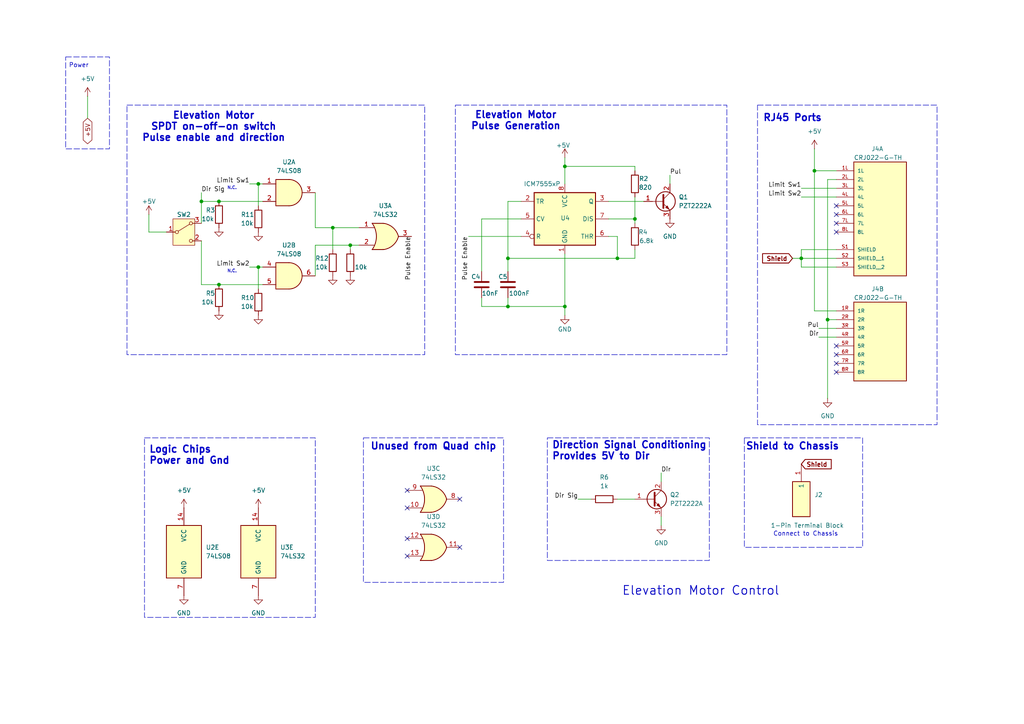
<source format=kicad_sch>
(kicad_sch (version 20250114) (generator "eeschema") (generator_version "9.0")
  (paper "A4")
  (title_block (title "Simple Dish Manual Controller") (date "2025-03-23") (rev "1.1"))
  (lib_symbols
    (symbol "1-Pin Barrier Terminal Block:38700-6301"
      (property "Reference" "J" (at 16.51 7.62 0))
      (property "Value" "38700-6301" (at 16.51 5.08 0))
      (symbol "38700-6301_1_1"
        (rectangle (start 5.08 2.54) (end 15.24 -2.54) (stroke (width 0.254)) (fill (type background)))
        (pin passive line (at 0 0 0) (length 5.08) (name "1") (number "1"))
      )
    )
    (symbol "74xx:74LS08" (pin_names (offset 1.016))
      (property "Reference" "U" (at 0 1.27 0))
      (property "Value" "74LS08" (at 0 -1.27 0))
      (symbol "74LS08_1_1"
        (arc (start 0 3.81) (mid 3.7934 0) (end 0 -3.81) (stroke (width 0.254)) (fill (type background)))
        (polyline (pts (xy 0 3.81) (xy -3.81 3.81) (xy -3.81 -3.81) (xy 0 -3.81)) (stroke (width 0.254)) (fill (type background)))
        (pin input line (at -7.62 2.54 0) (length 3.81) (name "~") (number "1"))
        (pin input line (at -7.62 -2.54 0) (length 3.81) (name "~") (number "2"))
        (pin output line (at 7.62 0 180) (length 3.81) (name "~") (number "3"))
      )
      (symbol "74LS08_1_2"
        (arc (start -3.81 3.81) (mid -2.589 0) (end -3.81 -3.81) (stroke (width 0.254)))
        (polyline (pts (xy -3.81 3.81) (xy -0.635 3.81)) (stroke (width 0.254)) (fill (type background)))
        (polyline (pts (xy -3.81 -3.81) (xy -0.635 -3.81)) (stroke (width 0.254)) (fill (type background)))
        (arc (start 3.81 0) (mid 2.1855 -2.584) (end -0.6096 -3.81) (stroke (width 0.254)) (fill (type background)))
        (arc (start -0.6096 3.81) (mid 2.1928 2.5924) (end 3.81 0) (stroke (width 0.254)) (fill (type background)))
        (polyline (pts (xy -0.635 3.81) (xy -3.81 3.81) (xy -3.81 3.81) (xy -3.556 3.4036) (xy -3.0226 2.2606) (xy -2.6924 1.0414) (xy -2.6162 -0.254) (xy -2.7686 -1.4986) (xy -3.175 -2.7178) (xy -3.81 -3.81) (xy -3.81 -3.81) (xy -0.635 -3.81)) (stroke (width -25.4)) (fill (type background)))
        (pin input inverted (at -7.62 2.54 0) (length 4.318) (name "~") (number "1"))
        (pin input inverted (at -7.62 -2.54 0) (length 4.318) (name "~") (number "2"))
        (pin output inverted (at 7.62 0 180) (length 3.81) (name "~") (number "3"))
      )
      (symbol "74LS08_2_1"
        (arc (start 0 3.81) (mid 3.7934 0) (end 0 -3.81) (stroke (width 0.254)) (fill (type background)))
        (polyline (pts (xy 0 3.81) (xy -3.81 3.81) (xy -3.81 -3.81) (xy 0 -3.81)) (stroke (width 0.254)) (fill (type background)))
        (pin input line (at -7.62 2.54 0) (length 3.81) (name "~") (number "4"))
        (pin input line (at -7.62 -2.54 0) (length 3.81) (name "~") (number "5"))
        (pin output line (at 7.62 0 180) (length 3.81) (name "~") (number "6"))
      )
      (symbol "74LS08_2_2"
        (arc (start -3.81 3.81) (mid -2.589 0) (end -3.81 -3.81) (stroke (width 0.254)))
        (polyline (pts (xy -3.81 3.81) (xy -0.635 3.81)) (stroke (width 0.254)) (fill (type background)))
        (polyline (pts (xy -3.81 -3.81) (xy -0.635 -3.81)) (stroke (width 0.254)) (fill (type background)))
        (arc (start 3.81 0) (mid 2.1855 -2.584) (end -0.6096 -3.81) (stroke (width 0.254)) (fill (type background)))
        (arc (start -0.6096 3.81) (mid 2.1928 2.5924) (end 3.81 0) (stroke (width 0.254)) (fill (type background)))
        (polyline (pts (xy -0.635 3.81) (xy -3.81 3.81) (xy -3.81 3.81) (xy -3.556 3.4036) (xy -3.0226 2.2606) (xy -2.6924 1.0414) (xy -2.6162 -0.254) (xy -2.7686 -1.4986) (xy -3.175 -2.7178) (xy -3.81 -3.81) (xy -3.81 -3.81) (xy -0.635 -3.81)) (stroke (width -25.4)) (fill (type background)))
        (pin input inverted (at -7.62 2.54 0) (length 4.318) (name "~") (number "4"))
        (pin input inverted (at -7.62 -2.54 0) (length 4.318) (name "~") (number "5"))
        (pin output inverted (at 7.62 0 180) (length 3.81) (name "~") (number "6"))
      )
      (symbol "74LS08_3_1"
        (arc (start 0 3.81) (mid 3.7934 0) (end 0 -3.81) (stroke (width 0.254)) (fill (type background)))
        (polyline (pts (xy 0 3.81) (xy -3.81 3.81) (xy -3.81 -3.81) (xy 0 -3.81)) (stroke (width 0.254)) (fill (type background)))
        (pin input line (at -7.62 2.54 0) (length 3.81) (name "~") (number "9"))
        (pin input line (at -7.62 -2.54 0) (length 3.81) (name "~") (number "10"))
        (pin output line (at 7.62 0 180) (length 3.81) (name "~") (number "8"))
      )
      (symbol "74LS08_3_2"
        (arc (start -3.81 3.81) (mid -2.589 0) (end -3.81 -3.81) (stroke (width 0.254)))
        (polyline (pts (xy -3.81 3.81) (xy -0.635 3.81)) (stroke (width 0.254)) (fill (type background)))
        (polyline (pts (xy -3.81 -3.81) (xy -0.635 -3.81)) (stroke (width 0.254)) (fill (type background)))
        (arc (start 3.81 0) (mid 2.1855 -2.584) (end -0.6096 -3.81) (stroke (width 0.254)) (fill (type background)))
        (arc (start -0.6096 3.81) (mid 2.1928 2.5924) (end 3.81 0) (stroke (width 0.254)) (fill (type background)))
        (polyline (pts (xy -0.635 3.81) (xy -3.81 3.81) (xy -3.81 3.81) (xy -3.556 3.4036) (xy -3.0226 2.2606) (xy -2.6924 1.0414) (xy -2.6162 -0.254) (xy -2.7686 -1.4986) (xy -3.175 -2.7178) (xy -3.81 -3.81) (xy -3.81 -3.81) (xy -0.635 -3.81)) (stroke (width -25.4)) (fill (type background)))
        (pin input inverted (at -7.62 2.54 0) (length 4.318) (name "~") (number "9"))
        (pin input inverted (at -7.62 -2.54 0) (length 4.318) (name "~") (number "10"))
        (pin output inverted (at 7.62 0 180) (length 3.81) (name "~") (number "8"))
      )
      (symbol "74LS08_4_1"
        (arc (start 0 3.81) (mid 3.7934 0) (end 0 -3.81) (stroke (width 0.254)) (fill (type background)))
        (polyline (pts (xy 0 3.81) (xy -3.81 3.81) (xy -3.81 -3.81) (xy 0 -3.81)) (stroke (width 0.254)) (fill (type background)))
        (pin input line (at -7.62 2.54 0) (length 3.81) (name "~") (number "12"))
        (pin input line (at -7.62 -2.54 0) (length 3.81) (name "~") (number "13"))
        (pin output line (at 7.62 0 180) (length 3.81) (name "~") (number "11"))
      )
      (symbol "74LS08_4_2"
        (arc (start -3.81 3.81) (mid -2.589 0) (end -3.81 -3.81) (stroke (width 0.254)))
        (polyline (pts (xy -3.81 3.81) (xy -0.635 3.81)) (stroke (width 0.254)) (fill (type background)))
        (polyline (pts (xy -3.81 -3.81) (xy -0.635 -3.81)) (stroke (width 0.254)) (fill (type background)))
        (arc (start 3.81 0) (mid 2.1855 -2.584) (end -0.6096 -3.81) (stroke (width 0.254)) (fill (type background)))
        (arc (start -0.6096 3.81) (mid 2.1928 2.5924) (end 3.81 0) (stroke (width 0.254)) (fill (type background)))
        (polyline (pts (xy -0.635 3.81) (xy -3.81 3.81) (xy -3.81 3.81) (xy -3.556 3.4036) (xy -3.0226 2.2606) (xy -2.6924 1.0414) (xy -2.6162 -0.254) (xy -2.7686 -1.4986) (xy -3.175 -2.7178) (xy -3.81 -3.81) (xy -3.81 -3.81) (xy -0.635 -3.81)) (stroke (width -25.4)) (fill (type background)))
        (pin input inverted (at -7.62 2.54 0) (length 4.318) (name "~") (number "12"))
        (pin input inverted (at -7.62 -2.54 0) (length 4.318) (name "~") (number "13"))
        (pin output inverted (at 7.62 0 180) (length 3.81) (name "~") (number "11"))
      )
      (symbol "74LS08_5_0"
        (pin power_in line (at 0 12.7 270) (length 5.08) (name "VCC") (number "14"))
        (pin power_in line (at 0 -12.7 90) (length 5.08) (name "GND") (number "7"))
      )
      (symbol "74LS08_5_1"
        (rectangle (start -5.08 7.62) (end 5.08 -7.62) (stroke (width 0.254)) (fill (type background)))
      )
    )
    (symbol "74xx:74LS32" (pin_names (offset 1.016))
      (property "Reference" "U" (at 0 1.27 0))
      (property "Value" "74LS32" (at 0 -1.27 0))
      (symbol "74LS32_1_1"
        (arc (start -3.81 3.81) (mid -2.589 0) (end -3.81 -3.81) (stroke (width 0.254)))
        (polyline (pts (xy -3.81 3.81) (xy -0.635 3.81)) (stroke (width 0.254)) (fill (type background)))
        (polyline (pts (xy -3.81 -3.81) (xy -0.635 -3.81)) (stroke (width 0.254)) (fill (type background)))
        (arc (start 3.81 0) (mid 2.1855 -2.584) (end -0.6096 -3.81) (stroke (width 0.254)) (fill (type background)))
        (arc (start -0.6096 3.81) (mid 2.1928 2.5924) (end 3.81 0) (stroke (width 0.254)) (fill (type background)))
        (polyline (pts (xy -0.635 3.81) (xy -3.81 3.81) (xy -3.81 3.81) (xy -3.556 3.4036) (xy -3.0226 2.2606) (xy -2.6924 1.0414) (xy -2.6162 -0.254) (xy -2.7686 -1.4986) (xy -3.175 -2.7178) (xy -3.81 -3.81) (xy -3.81 -3.81) (xy -0.635 -3.81)) (stroke (width -25.4)) (fill (type background)))
        (pin input line (at -7.62 2.54 0) (length 4.318) (name "~") (number "1"))
        (pin input line (at -7.62 -2.54 0) (length 4.318) (name "~") (number "2"))
        (pin output line (at 7.62 0 180) (length 3.81) (name "~") (number "3"))
      )
      (symbol "74LS32_1_2"
        (arc (start 0 3.81) (mid 3.7934 0) (end 0 -3.81) (stroke (width 0.254)) (fill (type background)))
        (polyline (pts (xy 0 3.81) (xy -3.81 3.81) (xy -3.81 -3.81) (xy 0 -3.81)) (stroke (width 0.254)) (fill (type background)))
        (pin input inverted (at -7.62 2.54 0) (length 3.81) (name "~") (number "1"))
        (pin input inverted (at -7.62 -2.54 0) (length 3.81) (name "~") (number "2"))
        (pin output inverted (at 7.62 0 180) (length 3.81) (name "~") (number "3"))
      )
      (symbol "74LS32_2_1"
        (arc (start -3.81 3.81) (mid -2.589 0) (end -3.81 -3.81) (stroke (width 0.254)))
        (polyline (pts (xy -3.81 3.81) (xy -0.635 3.81)) (stroke (width 0.254)) (fill (type background)))
        (polyline (pts (xy -3.81 -3.81) (xy -0.635 -3.81)) (stroke (width 0.254)) (fill (type background)))
        (arc (start 3.81 0) (mid 2.1855 -2.584) (end -0.6096 -3.81) (stroke (width 0.254)) (fill (type background)))
        (arc (start -0.6096 3.81) (mid 2.1928 2.5924) (end 3.81 0) (stroke (width 0.254)) (fill (type background)))
        (polyline (pts (xy -0.635 3.81) (xy -3.81 3.81) (xy -3.81 3.81) (xy -3.556 3.4036) (xy -3.0226 2.2606) (xy -2.6924 1.0414) (xy -2.6162 -0.254) (xy -2.7686 -1.4986) (xy -3.175 -2.7178) (xy -3.81 -3.81) (xy -3.81 -3.81) (xy -0.635 -3.81)) (stroke (width -25.4)) (fill (type background)))
        (pin input line (at -7.62 2.54 0) (length 4.318) (name "~") (number "4"))
        (pin input line (at -7.62 -2.54 0) (length 4.318) (name "~") (number "5"))
        (pin output line (at 7.62 0 180) (length 3.81) (name "~") (number "6"))
      )
      (symbol "74LS32_2_2"
        (arc (start 0 3.81) (mid 3.7934 0) (end 0 -3.81) (stroke (width 0.254)) (fill (type background)))
        (polyline (pts (xy 0 3.81) (xy -3.81 3.81) (xy -3.81 -3.81) (xy 0 -3.81)) (stroke (width 0.254)) (fill (type background)))
        (pin input inverted (at -7.62 2.54 0) (length 3.81) (name "~") (number "4"))
        (pin input inverted (at -7.62 -2.54 0) (length 3.81) (name "~") (number "5"))
        (pin output inverted (at 7.62 0 180) (length 3.81) (name "~") (number "6"))
      )
      (symbol "74LS32_3_1"
        (arc (start -3.81 3.81) (mid -2.589 0) (end -3.81 -3.81) (stroke (width 0.254)))
        (polyline (pts (xy -3.81 3.81) (xy -0.635 3.81)) (stroke (width 0.254)) (fill (type background)))
        (polyline (pts (xy -3.81 -3.81) (xy -0.635 -3.81)) (stroke (width 0.254)) (fill (type background)))
        (arc (start 3.81 0) (mid 2.1855 -2.584) (end -0.6096 -3.81) (stroke (width 0.254)) (fill (type background)))
        (arc (start -0.6096 3.81) (mid 2.1928 2.5924) (end 3.81 0) (stroke (width 0.254)) (fill (type background)))
        (polyline (pts (xy -0.635 3.81) (xy -3.81 3.81) (xy -3.81 3.81) (xy -3.556 3.4036) (xy -3.0226 2.2606) (xy -2.6924 1.0414) (xy -2.6162 -0.254) (xy -2.7686 -1.4986) (xy -3.175 -2.7178) (xy -3.81 -3.81) (xy -3.81 -3.81) (xy -0.635 -3.81)) (stroke (width -25.4)) (fill (type background)))
        (pin input line (at -7.62 2.54 0) (length 4.318) (name "~") (number "9"))
        (pin input line (at -7.62 -2.54 0) (length 4.318) (name "~") (number "10"))
        (pin output line (at 7.62 0 180) (length 3.81) (name "~") (number "8"))
      )
      (symbol "74LS32_3_2"
        (arc (start 0 3.81) (mid 3.7934 0) (end 0 -3.81) (stroke (width 0.254)) (fill (type background)))
        (polyline (pts (xy 0 3.81) (xy -3.81 3.81) (xy -3.81 -3.81) (xy 0 -3.81)) (stroke (width 0.254)) (fill (type background)))
        (pin input inverted (at -7.62 2.54 0) (length 3.81) (name "~") (number "9"))
        (pin input inverted (at -7.62 -2.54 0) (length 3.81) (name "~") (number "10"))
        (pin output inverted (at 7.62 0 180) (length 3.81) (name "~") (number "8"))
      )
      (symbol "74LS32_4_1"
        (arc (start -3.81 3.81) (mid -2.589 0) (end -3.81 -3.81) (stroke (width 0.254)))
        (polyline (pts (xy -3.81 3.81) (xy -0.635 3.81)) (stroke (width 0.254)) (fill (type background)))
        (polyline (pts (xy -3.81 -3.81) (xy -0.635 -3.81)) (stroke (width 0.254)) (fill (type background)))
        (arc (start 3.81 0) (mid 2.1855 -2.584) (end -0.6096 -3.81) (stroke (width 0.254)) (fill (type background)))
        (arc (start -0.6096 3.81) (mid 2.1928 2.5924) (end 3.81 0) (stroke (width 0.254)) (fill (type background)))
        (polyline (pts (xy -0.635 3.81) (xy -3.81 3.81) (xy -3.81 3.81) (xy -3.556 3.4036) (xy -3.0226 2.2606) (xy -2.6924 1.0414) (xy -2.6162 -0.254) (xy -2.7686 -1.4986) (xy -3.175 -2.7178) (xy -3.81 -3.81) (xy -3.81 -3.81) (xy -0.635 -3.81)) (stroke (width -25.4)) (fill (type background)))
        (pin input line (at -7.62 2.54 0) (length 4.318) (name "~") (number "12"))
        (pin input line (at -7.62 -2.54 0) (length 4.318) (name "~") (number "13"))
        (pin output line (at 7.62 0 180) (length 3.81) (name "~") (number "11"))
      )
      (symbol "74LS32_4_2"
        (arc (start 0 3.81) (mid 3.7934 0) (end 0 -3.81) (stroke (width 0.254)) (fill (type background)))
        (polyline (pts (xy 0 3.81) (xy -3.81 3.81) (xy -3.81 -3.81) (xy 0 -3.81)) (stroke (width 0.254)) (fill (type background)))
        (pin input inverted (at -7.62 2.54 0) (length 3.81) (name "~") (number "12"))
        (pin input inverted (at -7.62 -2.54 0) (length 3.81) (name "~") (number "13"))
        (pin output inverted (at 7.62 0 180) (length 3.81) (name "~") (number "11"))
      )
      (symbol "74LS32_5_0"
        (pin power_in line (at 0 12.7 270) (length 5.08) (name "VCC") (number "14"))
        (pin power_in line (at 0 -12.7 90) (length 5.08) (name "GND") (number "7"))
      )
      (symbol "74LS32_5_1"
        (rectangle (start -5.08 7.62) (end 5.08 -7.62) (stroke (width 0.254)) (fill (type background)))
      )
    )
    (symbol "CRJ022-G-TH:CRJ022-G-TH" (pin_names (offset 1.016))
      (property "Reference" "J" (at -7.62 13.97 0))
      (property "Value" "CRJ022-G-TH" (at -7.62 -21.59 0))
      (symbol "CRJ022-G-TH_1_0"
        (rectangle (start -7.62 -20.32) (end 7.62 12.7) (stroke (width 0.254)) (fill (type background)))
        (pin passive line (at -12.7 10.16 0) (length 5.08) (name "1L") (number "1L"))
        (pin passive line (at -12.7 7.62 0) (length 5.08) (name "2L") (number "2L"))
        (pin passive line (at -12.7 5.08 0) (length 5.08) (name "3L") (number "3L"))
        (pin passive line (at -12.7 2.54 0) (length 5.08) (name "4L") (number "4L"))
        (pin passive line (at -12.7 0 0) (length 5.08) (name "5L") (number "5L"))
        (pin passive line (at -12.7 -2.54 0) (length 5.08) (name "6L") (number "6L"))
        (pin passive line (at -12.7 -5.08 0) (length 5.08) (name "7L") (number "7L"))
        (pin passive line (at -12.7 -7.62 0) (length 5.08) (name "8L") (number "8L"))
        (pin passive line (at -12.7 -12.7 0) (length 5.08) (name "SHIELD") (number "S1"))
        (pin passive line (at -12.7 -15.24 0) (length 5.08) (name "SHIELD__1") (number "S2"))
        (pin passive line (at -12.7 -17.78 0) (length 5.08) (name "SHIELD__2") (number "S3"))
      )
      (symbol "CRJ022-G-TH_2_0"
        (rectangle (start -7.62 -12.7) (end 7.62 10.16) (stroke (width 0.254)) (fill (type background)))
        (pin passive line (at -12.7 7.62 0) (length 5.08) (name "1R") (number "1R"))
        (pin passive line (at -12.7 5.08 0) (length 5.08) (name "2R") (number "2R"))
        (pin passive line (at -12.7 2.54 0) (length 5.08) (name "3R") (number "3R"))
        (pin passive line (at -12.7 0 0) (length 5.08) (name "4R") (number "4R"))
        (pin passive line (at -12.7 -2.54 0) (length 5.08) (name "5R") (number "5R"))
        (pin passive line (at -12.7 -5.08 0) (length 5.08) (name "6R") (number "6R"))
        (pin passive line (at -12.7 -7.62 0) (length 5.08) (name "7R") (number "7R"))
        (pin passive line (at -12.7 -10.16 0) (length 5.08) (name "8R") (number "8R"))
      )
    )
    (symbol "Device:C" (pin_numbers (hide yes)) (pin_names (offset 0.254))
      (property "Reference" "C" (at 0.635 2.54 0))
      (property "Value" "C" (at 0.635 -2.54 0))
      (symbol "C_0_1"
        (polyline (pts (xy -2.032 0.762) (xy 2.032 0.762)) (stroke (width 0.508)))
        (polyline (pts (xy -2.032 -0.762) (xy 2.032 -0.762)) (stroke (width 0.508)))
      )
      (symbol "C_1_1"
        (pin passive line (at 0 3.81 270) (length 2.794) (name "~") (number "1"))
        (pin passive line (at 0 -3.81 90) (length 2.794) (name "~") (number "2"))
      )
    )
    (symbol "Device:R" (pin_numbers (hide yes)) (pin_names (offset 0))
      (property "Reference" "R" (at 2.032 0 90))
      (property "Value" "R" (at 0 0 90))
      (symbol "R_0_1"
        (rectangle (start -1.016 -2.54) (end 1.016 2.54) (stroke (width 0.254)))
      )
      (symbol "R_1_1"
        (pin passive line (at 0 3.81 270) (length 1.27) (name "~") (number "1"))
        (pin passive line (at 0 -3.81 90) (length 1.27) (name "~") (number "2"))
      )
    )
    (symbol "Switch:SW_SPDT_312" (pin_names (offset 1) (hide yes))
      (property "Reference" "SW" (at 0 5.08 0))
      (property "Value" "SW_SPDT_312" (at 0 -5.08 0))
      (symbol "SW_SPDT_312_0_1"
        (circle (center -2.032 0) (radius 0.4572))
        (polyline (pts (xy -1.651 0.254) (xy 1.651 2.286)))
        (circle (center 2.032 2.54) (radius 0.4572))
        (circle (center 2.032 -2.54) (radius 0.4572))
      )
      (symbol "SW_SPDT_312_1_1"
        (rectangle (start -3.175 3.81) (end 3.175 -3.81) (fill (type background)))
        (pin passive line (at -5.08 0 0) (length 2.54) (name "B") (number "1"))
        (pin passive line (at 5.08 2.54 180) (length 2.54) (name "A") (number "3"))
        (pin passive line (at 5.08 -2.54 180) (length 2.54) (name "C") (number "2"))
      )
    )
    (symbol "Timer:ICM7555xB"
      (property "Reference" "U" (at -10.16 8.89 0))
      (property "Value" "ICM7555xB" (at 2.54 8.89 0))
      (symbol "ICM7555xB_0_0"
        (pin power_in line (at 0 10.16 270) (length 2.54) (name "VCC") (number "8"))
        (pin power_in line (at 0 -10.16 90) (length 2.54) (name "GND") (number "1"))
      )
      (symbol "ICM7555xB_0_1"
        (rectangle (start -8.89 -7.62) (end 8.89 7.62) (stroke (width 0.254)) (fill (type background)))
        (rectangle (start -8.89 -7.62) (end 8.89 7.62) (stroke (width 0.254)) (fill (type background)))
      )
      (symbol "ICM7555xB_1_1"
        (pin input line (at -12.7 5.08 0) (length 3.81) (name "TR") (number "2"))
        (pin input line (at -12.7 0 0) (length 3.81) (name "CV") (number "5"))
        (pin input inverted (at -12.7 -5.08 0) (length 3.81) (name "R") (number "4"))
        (pin output line (at 12.7 5.08 180) (length 3.81) (name "Q") (number "3"))
        (pin input line (at 12.7 0 180) (length 3.81) (name "DIS") (number "7"))
        (pin input line (at 12.7 -5.08 180) (length 3.81) (name "THR") (number "6"))
      )
    )
    (symbol "Transistor_BJT:PZT2222A" (pin_names (offset 0) (hide yes))
      (property "Reference" "Q" (at 5.08 1.905 0))
      (property "Value" "PZT2222A" (at 5.08 0 0))
      (symbol "PZT2222A_0_1"
        (polyline (pts (xy -2.54 0) (xy 0.635 0)))
        (polyline (pts (xy 0.635 1.905) (xy 0.635 -1.905)) (stroke (width 0.508)))
        (circle (center 1.27 0) (radius 2.8194) (stroke (width 0.254)))
      )
      (symbol "PZT2222A_1_1"
        (polyline (pts (xy 0.635 0.635) (xy 2.54 2.54)))
        (polyline (pts (xy 0.635 -0.635) (xy 2.54 -2.54)))
        (polyline (pts (xy 1.27 -1.778) (xy 1.778 -1.27) (xy 2.286 -2.286) (xy 1.27 -1.778)) (fill (type outline)))
        (pin input line (at -5.08 0 0) (length 2.54) (name "B") (number "1"))
        (pin passive line (at 2.54 5.08 270) (length 2.54) (name "C") (number "2"))
        (pin passive line (at 2.54 -5.08 90) (length 2.54) (name "E") (number "3"))
      )
    )
    (symbol "power:+5V" (power) (pin_numbers (hide yes)) (pin_names (offset 0) (hide yes))
      (property "Value" "+5V" (at 0 3.556 0))
      (symbol "+5V_0_1"
        (polyline (pts (xy -0.762 1.27) (xy 0 2.54)))
        (polyline (pts (xy 0 2.54) (xy 0.762 1.27)))
        (polyline (pts (xy 0 0) (xy 0 2.54)))
      )
      (symbol "+5V_1_1"
        (pin power_in line (at 0 0 90) (length 0) (name "~") (number "1"))
      )
    )
    (symbol "power:GND" (power) (pin_numbers (hide yes)) (pin_names (offset 0) (hide yes))
      (property "Value" "GND" (at 0 -3.81 0))
      (symbol "GND_0_1"
        (polyline (pts (xy 0 0) (xy 0 -1.27) (xy 1.27 -1.27) (xy 0 -2.54) (xy -1.27 -1.27) (xy 0 -1.27)))
      )
      (symbol "GND_1_1"
        (pin power_in line (at 0 0 270) (length 0) (name "~") (number "1"))
      )
    )
  )
  (rectangle (start 19.05 16.51) (end 31.75 43.18) (stroke (width 0) (type dash)))
  (rectangle (start 41.91 127) (end 91.44 179.07) (stroke (width 0) (type dash)))
  (rectangle (start 219.71 30.48) (end 271.78 123.19) (stroke (width 0) (type dash)))
  (rectangle (start 215.9 127) (end 250.19 158.75) (stroke (width 0) (type dash)))
  (rectangle (start 158.75 127) (end 205.74 162.56) (stroke (width 0) (type dash)))
  (rectangle (start 36.83 30.48) (end 123.19 102.87) (stroke (width 0) (type dash)))
  (rectangle (start 132.08 30.48) (end 210.82 102.87) (stroke (width 0) (type dash)))
  (rectangle (start 105.41 127) (end 146.05 168.91) (stroke (width 0) (type dash)))
  (text "Elevation Motor Control" (at 180.34 171.45 0) (effects (font (size 2.54 2.54) (thickness 0.254) (bold yes)) (justify left)))
  (text "RJ45 Ports" (at 229.87 34.29 0) (effects (font (size 2.0066 2.0066) (thickness 0.4013) (bold yes))))
  (text "Shield to Chassis" (at 229.87 129.54 0) (effects (font (size 2.0066 2.0066) (thickness 0.4013) (bold yes))))
  (text "Power" (at 22.86 19.05 0) (effects (font (size 1.27 1.27))))
  (text "Connect to Chassis" (at 233.68 154.94 0) (effects (font (size 1.27 1.27))))
  (text "N.C." (at 67.31 54.61 0) (effects (font (size 0.889 0.889))))
  (text "Elevation Motor\nSPDT on-off-on switch\nPulse enable and direction" (at 61.976 36.83 0) (effects (font (size 2 2) (thickness 0.4) (bold yes))))
  (text "Unused from Quad chip" (at 125.73 129.54 0) (effects (font (size 2.0066 2.0066) (thickness 0.4013) (bold yes))))
  (text "Elevation Motor\nPulse Generation\n" (at 149.606 35.052 0) (effects (font (size 2 2) (thickness 0.4) (bold yes))))
  (text "Logic Chips\nPower and Gnd" (at 43.18 132.08 0) (effects (font (size 2.0066 2.0066) (thickness 0.4013) (bold yes)) (justify left)))
  (text "Direction Signal Conditioning\nProvides 5V to Dir" (at 160.02 130.81 0) (effects (font (size 2.0066 2.0066) (thickness 0.4013) (bold yes)) (justify left)))
  (text "N.C." (at 67.31 78.74 0) (effects (font (size 0.889 0.889))))
  (junction (at 74.93 77.47))
  (junction (at 232.41 74.93))
  (junction (at 147.32 74.93))
  (junction (at 179.07 74.93))
  (junction (at 63.5 58.42))
  (junction (at 74.93 53.34))
  (junction (at 240.03 92.71))
  (junction (at 96.52 66.04))
  (junction (at 163.83 48.26))
  (junction (at 236.22 49.53))
  (junction (at 101.6 71.12))
  (junction (at 58.42 58.42))
  (junction (at 63.5 82.55))
  (junction (at 147.32 88.9))
  (junction (at 184.15 63.5))
  (junction (at 163.83 88.9))
  (no_connect (at 242.57 67.31))
  (no_connect (at 118.11 161.29))
  (no_connect (at 133.35 158.75))
  (no_connect (at 118.11 142.24))
  (no_connect (at 242.57 64.77))
  (no_connect (at 118.11 156.21))
  (no_connect (at 133.35 144.78))
  (no_connect (at 242.57 59.69))
  (no_connect (at 242.57 105.41))
  (no_connect (at 242.57 107.95))
  (no_connect (at 242.57 100.33))
  (no_connect (at 242.57 62.23))
  (no_connect (at 118.11 147.32))
  (no_connect (at 242.57 102.87))
  (wire (pts (xy 74.93 53.34) (xy 74.93 59.69)))
  (wire (pts (xy 163.83 48.26) (xy 184.15 48.26)))
  (wire (pts (xy 184.15 74.93) (xy 179.07 74.93)))
  (wire (pts (xy 151.13 63.5) (xy 139.7 63.5)))
  (wire (pts (xy 179.07 68.58) (xy 179.07 74.93)))
  (wire (pts (xy 163.83 45.72) (xy 163.83 48.26)))
  (wire (pts (xy 167.64 144.78) (xy 171.45 144.78)))
  (wire (pts (xy 72.39 77.47) (xy 74.93 77.47)))
  (wire (pts (xy 237.49 97.79) (xy 242.57 97.79)))
  (wire (pts (xy 139.7 86.36) (xy 139.7 88.9)))
  (wire (pts (xy 58.42 58.42) (xy 63.5 58.42)))
  (wire (pts (xy 58.42 55.88) (xy 58.42 58.42)))
  (wire (pts (xy 232.41 77.47) (xy 242.57 77.47)))
  (wire (pts (xy 151.13 58.42) (xy 147.32 58.42)))
  (wire (pts (xy 184.15 72.39) (xy 184.15 74.93)))
  (wire (pts (xy 232.41 72.39) (xy 232.41 74.93)))
  (wire (pts (xy 232.41 57.15) (xy 242.57 57.15)))
  (wire (pts (xy 91.44 55.88) (xy 91.44 66.04)))
  (wire (pts (xy 236.22 90.17) (xy 236.22 49.53)))
  (wire (pts (xy 237.49 95.25) (xy 242.57 95.25)))
  (wire (pts (xy 184.15 57.15) (xy 184.15 63.5)))
  (wire (pts (xy 48.26 67.31) (xy 43.18 67.31)))
  (wire (pts (xy 229.87 74.93) (xy 232.41 74.93)))
  (wire (pts (xy 96.52 66.04) (xy 104.14 66.04)))
  (wire (pts (xy 242.57 72.39) (xy 232.41 72.39)))
  (wire (pts (xy 236.22 49.53) (xy 242.57 49.53)))
  (wire (pts (xy 240.03 52.07) (xy 240.03 92.71)))
  (wire (pts (xy 101.6 71.12) (xy 101.6 72.39)))
  (wire (pts (xy 72.39 53.34) (xy 74.93 53.34)))
  (wire (pts (xy 91.44 71.12) (xy 91.44 80.01)))
  (wire (pts (xy 25.4 27.94) (xy 25.4 34.29)))
  (wire (pts (xy 242.57 90.17) (xy 236.22 90.17)))
  (wire (pts (xy 232.41 74.93) (xy 242.57 74.93)))
  (wire (pts (xy 147.32 58.42) (xy 147.32 74.93)))
  (wire (pts (xy 147.32 86.36) (xy 147.32 88.9)))
  (wire (pts (xy 63.5 58.42) (xy 76.2 58.42)))
  (wire (pts (xy 236.22 43.18) (xy 236.22 49.53)))
  (wire (pts (xy 139.7 63.5) (xy 139.7 78.74)))
  (wire (pts (xy 191.77 149.86) (xy 191.77 152.4)))
  (wire (pts (xy 74.93 77.47) (xy 76.2 77.47)))
  (wire (pts (xy 232.41 54.61) (xy 242.57 54.61)))
  (wire (pts (xy 96.52 66.04) (xy 96.52 72.39)))
  (wire (pts (xy 147.32 74.93) (xy 147.32 78.74)))
  (wire (pts (xy 163.83 88.9) (xy 163.83 91.44)))
  (wire (pts (xy 242.57 92.71) (xy 240.03 92.71)))
  (wire (pts (xy 135.89 68.58) (xy 151.13 68.58)))
  (wire (pts (xy 58.42 82.55) (xy 63.5 82.55)))
  (wire (pts (xy 147.32 88.9) (xy 163.83 88.9)))
  (wire (pts (xy 176.53 58.42) (xy 186.69 58.42)))
  (wire (pts (xy 163.83 73.66) (xy 163.83 88.9)))
  (wire (pts (xy 240.03 92.71) (xy 240.03 115.57)))
  (wire (pts (xy 74.93 77.47) (xy 74.93 83.82)))
  (wire (pts (xy 58.42 64.77) (xy 58.42 58.42)))
  (wire (pts (xy 163.83 48.26) (xy 163.83 53.34)))
  (wire (pts (xy 63.5 82.55) (xy 76.2 82.55)))
  (wire (pts (xy 179.07 68.58) (xy 176.53 68.58)))
  (wire (pts (xy 176.53 63.5) (xy 184.15 63.5)))
  (wire (pts (xy 101.6 71.12) (xy 91.44 71.12)))
  (wire (pts (xy 184.15 49.53) (xy 184.15 48.26)))
  (wire (pts (xy 184.15 64.77) (xy 184.15 63.5)))
  (wire (pts (xy 232.41 74.93) (xy 232.41 77.47)))
  (wire (pts (xy 242.57 52.07) (xy 240.03 52.07)))
  (wire (pts (xy 191.77 137.16) (xy 191.77 139.7)))
  (wire (pts (xy 58.42 69.85) (xy 58.42 82.55)))
  (wire (pts (xy 104.14 71.12) (xy 101.6 71.12)))
  (wire (pts (xy 74.93 53.34) (xy 76.2 53.34)))
  (wire (pts (xy 139.7 88.9) (xy 147.32 88.9)))
  (wire (pts (xy 91.44 66.04) (xy 96.52 66.04)))
  (wire (pts (xy 147.32 74.93) (xy 179.07 74.93)))
  (wire (pts (xy 43.18 67.31) (xy 43.18 62.23)))
  (wire (pts (xy 194.31 50.8) (xy 194.31 53.34)))
  (wire (pts (xy 179.07 144.78) (xy 184.15 144.78)))
  (label "Dir Sig" (at 167.64 144.78 180))
  (label "Pul" (at 194.31 50.8 0))
  (label "Limit Sw1" (at 72.39 53.34 180))
  (label "Pul" (at 237.49 95.25 180))
  (label "Limit Sw1" (at 232.41 54.61 180))
  (label "Pulse Enable" (at 135.89 68.58 270))
  (label "Dir Sig" (at 58.42 55.88 0))
  (label "Pulse Enable" (at 119.38 68.58 270))
  (label "Dir" (at 237.49 97.79 180))
  (label "Dir" (at 191.77 137.16 0))
  (label "Limit Sw2" (at 232.41 57.15 180))
  (label "Limit Sw2" (at 72.39 77.47 180))
  (global_label "Shield" (shape input) (at 232.41 134.62 0) (effects (font (thickness 0.254) (bold yes))) (property "Intersheetrefs" "${INTERSHEET_REFS}" (effects (hide yes))))
  (global_label "Shield" (shape input) (at 229.87 74.93 180) (effects (font (thickness 0.254) (bold yes))) (property "Intersheetrefs" "${INTERSHEET_REFS}" (effects (hide yes))))
  (global_label "+5V" (shape bidirectional) (at 25.4 34.29 270) (property "Intersheetrefs" "${INTERSHEET_REFS}" (effects (hide yes))))
  (symbol (lib_id "1-Pin Barrier Terminal Block:38700-6301") (at 232.41 134.62 270) (unit 1)
    (property "Reference" "J2" (at 236.22 143.5099 90) (effects (justify left)))
    (property "Value" "1-Pin Terminal Block" (at 223.52 152.4 90) (effects (justify left)))
    (property "Footprint" "2-port JR45:CUI_CRJ022-G-TH" (effects (hide yes)))
    (property "Datasheet" "https://www.molex.com/pdm_docs/sd/387006301_sd.pdf" (effects (hide yes)))
    (property "Description" "Barrier Terminal Blocks SR BTS PC 1 ASY C" (effects (hide yes)))
    (property "Height" "12.7" (effects (hide yes)))
    (property "Mouser Part Number" "538-38700-6301" (effects (hide yes)))
    (property "Mouser Price/Stock" "https://www.mouser.co.uk/ProductDetail/Molex/38700-6301?qs=R3A%252B%2FRxgS77v0YWITCzt%2FA%3D%3D" (effects (hide yes)))
    (property "Manufacturer_Name" "Molex" (effects (hide yes)))
    (property "Manufacturer_Part_Number" "38700-6301" (effects (hide yes)))
  )
  (symbol (lib_id "Device:R") (at 74.93 87.63 0) (unit 1)
    (property "Reference" "R10" (at 69.85 86.36 0) (effects (justify left)))
    (property "Value" "10k" (at 69.85 88.9 0) (effects (justify left)))
    (property "Description" "Resistor" (effects (hide yes)))
  )
  (symbol (lib_id "CRJ022-G-TH:CRJ022-G-TH") (at 255.27 97.79 0) (unit 2)
    (property "Reference" "J4" (at 252.73 83.82 0) (effects (justify left)))
    (property "Value" "CRJ022-G-TH" (at 247.65 86.36 0) (effects (justify left)))
    (property "Footprint" "2-port JR45:CUI_CRJ022-G-TH" (effects (hide yes)))
    (property "PARTREV" "1.0" (effects (hide yes)))
    (property "STANDARD" "Manufacturer Recommendations" (effects (hide yes)))
    (property "MAXIMUM_PACKAGE_HEIGHT" "14.05mm" (effects (hide yes)))
    (property "MANUFACTURER" "CUI Devices" (effects (hide yes)))
  )
  (symbol (lib_id "Device:C") (at 147.32 82.55 0) (unit 1)
    (property "Reference" "C5" (at 144.526 80.264 0) (effects (justify left)))
    (property "Value" "100nF" (at 147.574 85.09 0) (effects (justify left)))
    (property "Description" "Unpolarized capacitor" (effects (hide yes)))
  )
  (symbol (lib_id "Timer:ICM7555xB") (at 163.83 63.5 0) (unit 1)
    (property "Reference" "U4" (at 162.56 63.246 0) (effects (justify left)))
    (property "Value" "ICM7555xP" (at 151.892 53.34 0) (effects (justify left)))
    (property "Footprint" "Package_SO:SOIC-8_3.9x4.9mm_P1.27mm" (effects (hide yes)))
    (property "Datasheet" "http://www.intersil.com/content/dam/Intersil/documents/icm7/icm7555-56.pdf" (effects (hide yes)))
    (property "Description" "CMOS General Purpose Timer, 555 compatible, SOIC-8" (effects (hide yes)))
  )
  (symbol (lib_id "CRJ022-G-TH:CRJ022-G-TH") (at 255.27 59.69 0) (unit 1)
    (property "Reference" "J4" (at 252.73 43.18 0) (effects (justify left)))
    (property "Value" "CRJ022-G-TH" (at 247.65 45.72 0) (effects (justify left)))
    (property "Footprint" "2-port JR45:CUI_CRJ022-G-TH" (effects (hide yes)))
    (property "PARTREV" "1.0" (effects (hide yes)))
    (property "STANDARD" "Manufacturer Recommendations" (effects (hide yes)))
    (property "MAXIMUM_PACKAGE_HEIGHT" "14.05mm" (effects (hide yes)))
    (property "MANUFACTURER" "CUI Devices" (effects (hide yes)))
  )
  (symbol (lib_id "power:GND") (at 63.5 66.04 0) (unit 1)
    (property "Reference" "#PWR06" (effects (hide yes)))
    (property "Value" "GND" (effects (hide yes)))
    (property "Description" "Power symbol creates a global label with name \"GND\" , ground" (effects (hide yes)))
  )
  (symbol (lib_id "Device:R") (at 184.15 68.58 180) (unit 1)
    (property "Reference" "R4" (at 185.166 67.31 0) (effects (justify right)))
    (property "Value" "6.8k" (at 185.42 69.85 0) (effects (justify right)))
    (property "Description" "Resistor" (effects (hide yes)))
  )
  (symbol (lib_id "Device:R") (at 101.6 76.2 0) (unit 1)
    (property "Reference" "R13" (effects (hide yes)))
    (property "Value" "10k" (at 102.87 77.47 0) (effects (justify left)))
    (property "Description" "Resistor" (effects (hide yes)))
  )
  (symbol (lib_id "power:GND") (at 74.93 91.44 0) (unit 1)
    (property "Reference" "#PWR015" (effects (hide yes)))
    (property "Value" "GND" (effects (hide yes)))
    (property "Description" "Power symbol creates a global label with name \"GND\" , ground" (effects (hide yes)))
  )
  (symbol (lib_id "power:GND") (at 74.93 67.31 0) (unit 1)
    (property "Reference" "#PWR012" (effects (hide yes)))
    (property "Value" "GND" (effects (hide yes)))
    (property "Description" "Power symbol creates a global label with name \"GND\" , ground" (effects (hide yes)))
  )
  (symbol (lib_id "power:GND") (at 194.31 63.5 0) (unit 1)
    (property "Reference" "#PWR022" (effects (hide yes)))
    (property "Value" "GND" (at 194.31 68.58 0))
    (property "Description" "Power symbol creates a global label with name \"GND\" , ground" (effects (hide yes)))
  )
  (symbol (lib_id "power:GND") (at 240.03 115.57 0) (unit 1)
    (property "Reference" "#PWR038" (effects (hide yes)))
    (property "Value" "GND" (at 240.03 120.65 0))
    (property "Description" "Power symbol creates a global label with name \"GND\" , ground" (effects (hide yes)))
  )
  (symbol (lib_id "power:+5V") (at 25.4 27.94 0) (unit 1)
    (property "Reference" "#PWR013" (effects (hide yes)))
    (property "Value" "+5V" (at 25.4 22.86 0))
    (property "Description" "Power symbol creates a global label with name \"+5V\"" (effects (hide yes)))
  )
  (symbol (lib_id "power:GND") (at 101.6 80.01 0) (unit 1)
    (property "Reference" "#PWR018" (effects (hide yes)))
    (property "Value" "GND" (effects (hide yes)))
    (property "Description" "Power symbol creates a global label with name \"GND\" , ground" (effects (hide yes)))
  )
  (symbol (lib_id "74xx:74LS08") (at 53.34 160.02 0) (unit 5)
    (property "Reference" "U2" (at 59.69 158.7499 0) (effects (justify left)))
    (property "Value" "74LS08" (at 59.69 161.2899 0) (effects (justify left)))
    (property "Datasheet" "http://www.ti.com/lit/gpn/sn74LS08" (effects (hide yes)))
    (property "Description" "Quad And2" (effects (hide yes)))
  )
  (symbol (lib_id "power:+5V") (at 43.18 62.23 0) (unit 1)
    (property "Reference" "#PWR09" (effects (hide yes)))
    (property "Value" "+5V" (at 43.18 58.42 0))
    (property "Description" "Power symbol creates a global label with name \"+5V\"" (effects (hide yes)))
  )
  (symbol (lib_id "power:GND") (at 163.83 91.44 0) (unit 1)
    (property "Reference" "#PWR016" (effects (hide yes)))
    (property "Value" "GND" (at 163.83 95.504 0))
    (property "Description" "Power symbol creates a global label with name \"GND\" , ground" (effects (hide yes)))
  )
  (symbol (lib_id "Device:R") (at 74.93 63.5 0) (unit 1)
    (property "Reference" "R11" (at 69.85 62.23 0) (effects (justify left)))
    (property "Value" "10k" (at 69.85 64.77 0) (effects (justify left)))
    (property "Description" "Resistor" (effects (hide yes)))
  )
  (symbol (lib_id "74xx:74LS32") (at 125.73 158.75 0) (unit 4)
    (property "Reference" "U3" (at 125.73 149.86 0))
    (property "Value" "74LS32" (at 125.73 152.4 0))
    (property "Datasheet" "http://www.ti.com/lit/gpn/sn74LS32" (effects (hide yes)))
    (property "Description" "Quad 2-input OR" (effects (hide yes)))
  )
  (symbol (lib_id "power:+5V") (at 236.22 43.18 0) (unit 1)
    (property "Reference" "#PWR037" (effects (hide yes)))
    (property "Value" "+5V" (at 236.22 38.1 0))
    (property "Description" "Power symbol creates a global label with name \"+5V\"" (effects (hide yes)))
  )
  (symbol (lib_id "power:GND") (at 74.93 172.72 0) (unit 1)
    (property "Reference" "#PWR019" (effects (hide yes)))
    (property "Value" "GND" (at 74.93 177.8 0))
    (property "Description" "Power symbol creates a global label with name \"GND\" , ground" (effects (hide yes)))
  )
  (symbol (lib_id "power:GND") (at 63.5 90.17 0) (unit 1)
    (property "Reference" "#PWR07" (effects (hide yes)))
    (property "Value" "GND" (effects (hide yes)))
    (property "Description" "Power symbol creates a global label with name \"GND\" , ground" (effects (hide yes)))
  )
  (symbol (lib_id "Switch:SW_SPDT_312") (at 53.34 67.31 0) (unit 1)
    (property "Reference" "SW2" (at 53.34 62.23 0))
    (property "Value" "SW_SPDT_312" (effects (hide yes)))
    (property "Description" "Switch, single pole double throw" (effects (hide yes)))
  )
  (symbol (lib_id "power:GND") (at 191.77 152.4 0) (unit 1)
    (property "Reference" "#PWR08" (effects (hide yes)))
    (property "Value" "GND" (at 191.77 157.48 0))
    (property "Description" "Power symbol creates a global label with name \"GND\" , ground" (effects (hide yes)))
  )
  (symbol (lib_id "power:+5V") (at 74.93 147.32 0) (unit 1)
    (property "Reference" "#PWR021" (effects (hide yes)))
    (property "Value" "+5V" (at 74.93 142.24 0))
    (property "Description" "Power symbol creates a global label with name \"+5V\"" (effects (hide yes)))
  )
  (symbol (lib_id "power:GND") (at 96.52 80.01 0) (unit 1)
    (property "Reference" "#PWR017" (effects (hide yes)))
    (property "Value" "GND" (effects (hide yes)))
    (property "Description" "Power symbol creates a global label with name \"GND\" , ground" (effects (hide yes)))
  )
  (symbol (lib_id "Device:R") (at 175.26 144.78 90) (unit 1)
    (property "Reference" "R6" (at 175.26 138.43 90))
    (property "Value" "1k" (at 175.26 140.97 90))
    (property "Description" "Resistor" (effects (hide yes)))
  )
  (symbol (lib_id "74xx:74LS32") (at 74.93 160.02 0) (unit 5)
    (property "Reference" "U3" (at 81.28 158.7499 0) (effects (justify left)))
    (property "Value" "74LS32" (at 81.28 161.2899 0) (effects (justify left)))
    (property "Datasheet" "http://www.ti.com/lit/gpn/sn74LS32" (effects (hide yes)))
    (property "Description" "Quad 2-input OR" (effects (hide yes)))
  )
  (symbol (lib_id "74xx:74LS08") (at 83.82 55.88 0) (unit 1)
    (property "Reference" "U2" (at 83.8117 46.99 0))
    (property "Value" "74LS08" (at 83.8117 49.53 0))
    (property "Datasheet" "http://www.ti.com/lit/gpn/sn74LS08" (effects (hide yes)))
    (property "Description" "Quad And2" (effects (hide yes)))
  )
  (symbol (lib_id "Device:R") (at 96.52 76.2 0) (unit 1)
    (property "Reference" "R12" (at 91.44 74.93 0) (effects (justify left)))
    (property "Value" "10k" (at 91.44 77.47 0) (effects (justify left)))
    (property "Description" "Resistor" (effects (hide yes)))
  )
  (symbol (lib_id "Device:R") (at 63.5 62.23 0) (unit 1)
    (property "Reference" "R3" (at 59.69 60.96 0) (effects (justify left)))
    (property "Value" "10k" (at 58.42 63.5 0) (effects (justify left)))
    (property "Description" "Resistor" (effects (hide yes)))
  )
  (symbol (lib_id "Device:R") (at 63.5 86.36 0) (unit 1)
    (property "Reference" "R5" (at 59.69 85.09 0) (effects (justify left)))
    (property "Value" "10k" (at 58.42 87.63 0) (effects (justify left)))
    (property "Description" "Resistor" (effects (hide yes)))
  )
  (symbol (lib_id "power:+5V") (at 53.34 147.32 0) (unit 1)
    (property "Reference" "#PWR014" (effects (hide yes)))
    (property "Value" "+5V" (at 53.34 142.24 0))
    (property "Description" "Power symbol creates a global label with name \"+5V\"" (effects (hide yes)))
  )
  (symbol (lib_id "74xx:74LS32") (at 125.73 144.78 0) (unit 3)
    (property "Reference" "U3" (at 125.73 135.89 0))
    (property "Value" "74LS32" (at 125.73 138.43 0))
    (property "Datasheet" "http://www.ti.com/lit/gpn/sn74LS32" (effects (hide yes)))
    (property "Description" "Quad 2-input OR" (effects (hide yes)))
  )
  (symbol (lib_id "Transistor_BJT:PZT2222A") (at 191.77 58.42 0) (unit 1)
    (property "Reference" "Q1" (at 196.85 57.1499 0) (effects (justify left)))
    (property "Value" "PZT2222A" (at 196.85 59.6899 0) (effects (justify left)))
    (property "Footprint" "Package_TO_SOT_SMD:SOT-223-3_TabPin2" (effects (hide yes)))
    (property "Datasheet" "https://www.onsemi.com/pub/Collateral/PN2222-D.PDF" (effects (hide yes)))
    (property "Description" "1A Ic, 40V Vce, NPN Transistor, General Purpose Transistor, SOT-223" (effects (hide yes)))
  )
  (symbol (lib_id "Device:C") (at 139.7 82.55 0) (unit 1)
    (property "Reference" "C4" (at 136.652 80.264 0) (effects (justify left)))
    (property "Value" "10nF" (at 139.7 85.09 0) (effects (justify left)))
    (property "Description" "Unpolarized capacitor" (effects (hide yes)))
  )
  (symbol (lib_id "Transistor_BJT:PZT2222A") (at 189.23 144.78 0) (unit 1)
    (property "Reference" "Q2" (at 194.31 143.5099 0) (effects (justify left)))
    (property "Value" "PZT2222A" (at 194.31 146.0499 0) (effects (justify left)))
    (property "Footprint" "Package_TO_SOT_SMD:SOT-223-3_TabPin2" (effects (hide yes)))
    (property "Datasheet" "https://www.onsemi.com/pub/Collateral/PN2222-D.PDF" (effects (hide yes)))
    (property "Description" "1A Ic, 40V Vce, NPN Transistor, General Purpose Transistor, SOT-223" (effects (hide yes)))
  )
  (symbol (lib_id "74xx:74LS32") (at 111.76 68.58 0) (unit 1)
    (property "Reference" "U3" (at 111.76 59.69 0))
    (property "Value" "74LS32" (at 111.76 62.23 0))
    (property "Datasheet" "http://www.ti.com/lit/gpn/sn74LS32" (effects (hide yes)))
    (property "Description" "Quad 2-input OR" (effects (hide yes)))
  )
  (symbol (lib_id "power:+5V") (at 163.83 45.72 0) (unit 1)
    (property "Reference" "#PWR05" (effects (hide yes)))
    (property "Value" "+5V" (at 163.322 42.164 0))
    (property "Description" "Power symbol creates a global label with name \"+5V\"" (effects (hide yes)))
  )
  (symbol (lib_id "74xx:74LS08") (at 83.82 80.01 0) (unit 2)
    (property "Reference" "U2" (at 83.8117 71.12 0))
    (property "Value" "74LS08" (at 83.8117 73.66 0))
    (property "Datasheet" "http://www.ti.com/lit/gpn/sn74LS08" (effects (hide yes)))
    (property "Description" "Quad And2" (effects (hide yes)))
  )
  (symbol (lib_id "power:GND") (at 53.34 172.72 0) (unit 1)
    (property "Reference" "#PWR020" (effects (hide yes)))
    (property "Value" "GND" (at 53.34 177.8 0))
    (property "Description" "Power symbol creates a global label with name \"GND\" , ground" (effects (hide yes)))
  )
  (symbol (lib_id "Device:R") (at 184.15 53.34 0) (unit 1)
    (property "Reference" "R2" (at 186.69 51.816 0))
    (property "Value" "820" (at 187.198 54.356 0))
    (property "Description" "Resistor" (effects (hide yes)))
  )
)
</source>
